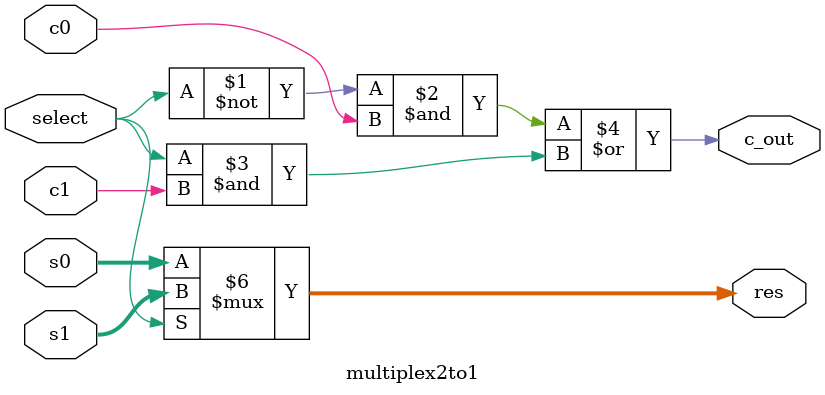
<source format=v>
module linear_save_adder(
	input [7:0]a,b,
	input c_in,
	output [7:0]sum,
	output c_out
	);
	
	
	wire w1,w2,w3;
	wire [3:0]samp_sum00,samp_sum01,samp_sum10,samp_sum11;
	wire c_out00,cout01,mux_c0,c_out10,c_out11;
	
	// adder u_addername_carry
	ripple_carry_adder u00(a[3:0],b[3:0],1'b0,samp_sum00,c_out00);
	ripple_carry_adder u01(a[3:0],b[3:0],1'b1,samp_sum01,c_out01);
	multiplex2to1 m0(.select(c_in),.s0(samp_sum00),.s1(samp_sum01),.c0(c_out00),.c1(c_out01),.res(sum[3:0]),.c_out(mux_c0));

	ripple_carry_adder u10(a[7:4],b[7:4],1'b0,samp_sum10,c_out10);
	ripple_carry_adder u11(a[7:4],b[7:4],1'b1,samp_sum11,c_out11);
	multiplex2to1 m1(.select(mux_c0),.s0(samp_sum10),.s1(samp_sum11),.c0(c_out10),.c1(c_out11),.res(sum[7:4]),.c_out(c_out));
	
	
	
endmodule
	
module ripple_carry_adder(
	input [3:0]a,
	input [3:0]b,
	input c_in,
	output [3:0]sum,
	output c_out
	);
	
	wire w1,w2,w3,w4;
	full_adder u1(a[0],b[0],c_in,sum[0],w1);
	full_adder u2(a[1],b[1],w1,sum[1],w2);
	full_adder u3(a[2],b[2],w2,sum[2],w3);
	full_adder u4(a[3],b[3],w3,sum[3],c_out);
endmodule

module full_adder(
	input a,b,c_in,
	output sum,c_out
	);

	assign sum = a^b^c_in;
	assign c_out = ((a^b)&c_in)|(a&b) ;

endmodule

module multiplex2to1(
	input select,c0,c1,
	input [3:0]s0,s1,
	output [3:0]res,
	output c_out
	);

	assign c_out = ((~select)&c0)|(select&c1);
	assign res = (select == 0) ? s0 : s1; 

endmodule


























</source>
